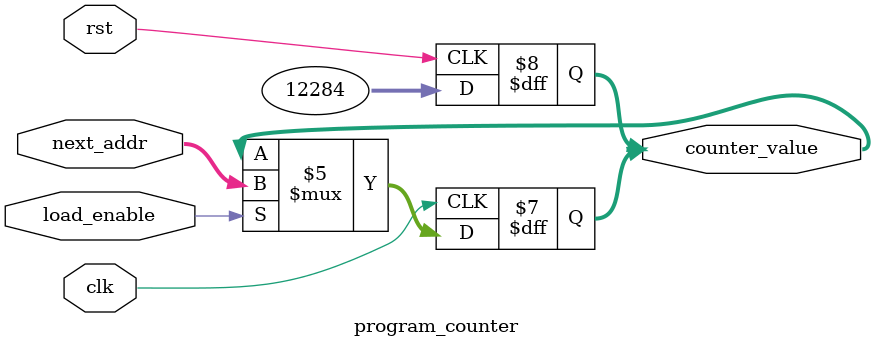
<source format=v>
module program_counter(
	input wire clk,
	input wire rst,
  input wire load_enable,
	input wire [31:0] next_addr,
	output reg [31:0] counter_value
);

// Reset
always @ (posedge rst) begin
	counter_value <= 32'h3000 - 32'd4;
end

// Counting
always @ (posedge clk) begin
  if(!load_enable) begin
    counter_value <= counter_value;
  end
  else begin
	  counter_value <= next_addr;
  end
end

endmodule
</source>
